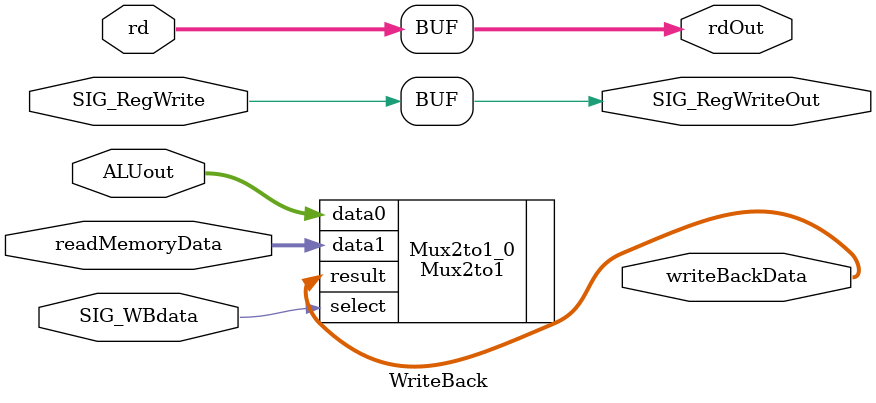
<source format=sv>
`timescale 1 ps / 100 fs 

/*
    File Name: Wrieback.v
    Description: Write back of the pipeline
    Created by (Author Name):  Nicola Abu Shaibeh
    Creation Date:  09/06/2023
    Contributors: 
    Last Modified Date: 
    Version: 1.0
    Copyright (c) Orion VLSI Technologies, 2023
    This unpublished material is proprietary to Orion VLSI Technologies.
    All Rights Reserved Worldwide.
    Anything described herein is considered business secrets and confidential.
    Reproduction or distribution, in whole or in part, is
    forbidden except by express written permission of Orion VLSI Technologies.
*/

module WriteBack(
    output [31:0] writeBackData, // Data to be written to the register file
    output [4:0] rdOut, // Destination register
    output SIG_RegWriteOut, // Register write signal

    input [31:0] ALUout, // Data from the ALU
    input [31:0] readMemoryData, // Data from the memory
    input SIG_WBdata, // Selects the data to be written to the register file
    input [4:0] rd, // Destination register
    input SIG_RegWrite // Register write signal
);

    Mux2to1 Mux2to1_0(
        .result(writeBackData),
        .data0(ALUout),
        .data1(readMemoryData),
        .select(SIG_WBdata)
    );

    assign rdOut = rd;
    assign SIG_RegWriteOut = SIG_RegWrite;

endmodule
</source>
